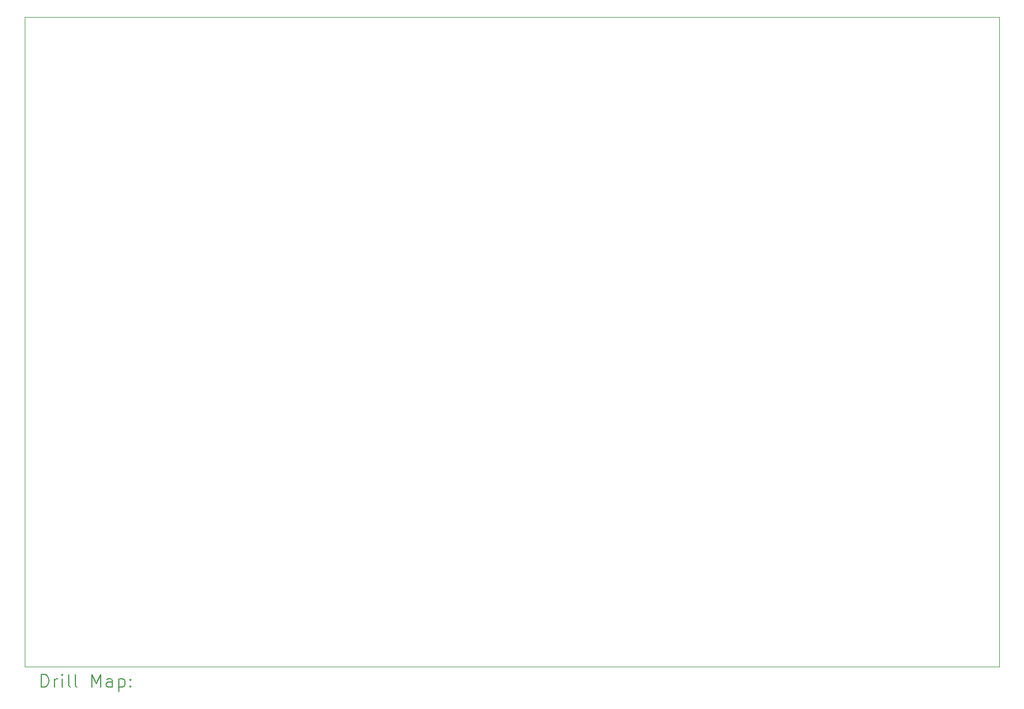
<source format=gbr>
%TF.GenerationSoftware,KiCad,Pcbnew,9.0.0*%
%TF.CreationDate,2025-03-17T11:10:39+01:00*%
%TF.ProjectId,FBG_PCB,4642475f-5043-4422-9e6b-696361645f70,rev?*%
%TF.SameCoordinates,Original*%
%TF.FileFunction,Drillmap*%
%TF.FilePolarity,Positive*%
%FSLAX45Y45*%
G04 Gerber Fmt 4.5, Leading zero omitted, Abs format (unit mm)*
G04 Created by KiCad (PCBNEW 9.0.0) date 2025-03-17 11:10:39*
%MOMM*%
%LPD*%
G01*
G04 APERTURE LIST*
%ADD10C,0.038100*%
%ADD11C,0.200000*%
G04 APERTURE END LIST*
D10*
X23000000Y20000000D02*
X38000000Y20000000D01*
X38000000Y10000000D01*
X23000000Y10000000D01*
X23000000Y20000000D01*
D11*
X23258872Y9686611D02*
X23258872Y9886611D01*
X23258872Y9886611D02*
X23306491Y9886611D01*
X23306491Y9886611D02*
X23335062Y9877087D01*
X23335062Y9877087D02*
X23354110Y9858040D01*
X23354110Y9858040D02*
X23363634Y9838992D01*
X23363634Y9838992D02*
X23373157Y9800897D01*
X23373157Y9800897D02*
X23373157Y9772325D01*
X23373157Y9772325D02*
X23363634Y9734230D01*
X23363634Y9734230D02*
X23354110Y9715183D01*
X23354110Y9715183D02*
X23335062Y9696135D01*
X23335062Y9696135D02*
X23306491Y9686611D01*
X23306491Y9686611D02*
X23258872Y9686611D01*
X23458872Y9686611D02*
X23458872Y9819945D01*
X23458872Y9781849D02*
X23468396Y9800897D01*
X23468396Y9800897D02*
X23477919Y9810421D01*
X23477919Y9810421D02*
X23496967Y9819945D01*
X23496967Y9819945D02*
X23516015Y9819945D01*
X23582681Y9686611D02*
X23582681Y9819945D01*
X23582681Y9886611D02*
X23573157Y9877087D01*
X23573157Y9877087D02*
X23582681Y9867564D01*
X23582681Y9867564D02*
X23592205Y9877087D01*
X23592205Y9877087D02*
X23582681Y9886611D01*
X23582681Y9886611D02*
X23582681Y9867564D01*
X23706491Y9686611D02*
X23687443Y9696135D01*
X23687443Y9696135D02*
X23677919Y9715183D01*
X23677919Y9715183D02*
X23677919Y9886611D01*
X23811253Y9686611D02*
X23792205Y9696135D01*
X23792205Y9696135D02*
X23782681Y9715183D01*
X23782681Y9715183D02*
X23782681Y9886611D01*
X24039824Y9686611D02*
X24039824Y9886611D01*
X24039824Y9886611D02*
X24106491Y9743754D01*
X24106491Y9743754D02*
X24173157Y9886611D01*
X24173157Y9886611D02*
X24173157Y9686611D01*
X24354110Y9686611D02*
X24354110Y9791373D01*
X24354110Y9791373D02*
X24344586Y9810421D01*
X24344586Y9810421D02*
X24325538Y9819945D01*
X24325538Y9819945D02*
X24287443Y9819945D01*
X24287443Y9819945D02*
X24268396Y9810421D01*
X24354110Y9696135D02*
X24335062Y9686611D01*
X24335062Y9686611D02*
X24287443Y9686611D01*
X24287443Y9686611D02*
X24268396Y9696135D01*
X24268396Y9696135D02*
X24258872Y9715183D01*
X24258872Y9715183D02*
X24258872Y9734230D01*
X24258872Y9734230D02*
X24268396Y9753278D01*
X24268396Y9753278D02*
X24287443Y9762802D01*
X24287443Y9762802D02*
X24335062Y9762802D01*
X24335062Y9762802D02*
X24354110Y9772325D01*
X24449348Y9819945D02*
X24449348Y9619945D01*
X24449348Y9810421D02*
X24468396Y9819945D01*
X24468396Y9819945D02*
X24506491Y9819945D01*
X24506491Y9819945D02*
X24525538Y9810421D01*
X24525538Y9810421D02*
X24535062Y9800897D01*
X24535062Y9800897D02*
X24544586Y9781849D01*
X24544586Y9781849D02*
X24544586Y9724706D01*
X24544586Y9724706D02*
X24535062Y9705659D01*
X24535062Y9705659D02*
X24525538Y9696135D01*
X24525538Y9696135D02*
X24506491Y9686611D01*
X24506491Y9686611D02*
X24468396Y9686611D01*
X24468396Y9686611D02*
X24449348Y9696135D01*
X24630300Y9705659D02*
X24639824Y9696135D01*
X24639824Y9696135D02*
X24630300Y9686611D01*
X24630300Y9686611D02*
X24620777Y9696135D01*
X24620777Y9696135D02*
X24630300Y9705659D01*
X24630300Y9705659D02*
X24630300Y9686611D01*
X24630300Y9810421D02*
X24639824Y9800897D01*
X24639824Y9800897D02*
X24630300Y9791373D01*
X24630300Y9791373D02*
X24620777Y9800897D01*
X24620777Y9800897D02*
X24630300Y9810421D01*
X24630300Y9810421D02*
X24630300Y9791373D01*
M02*

</source>
